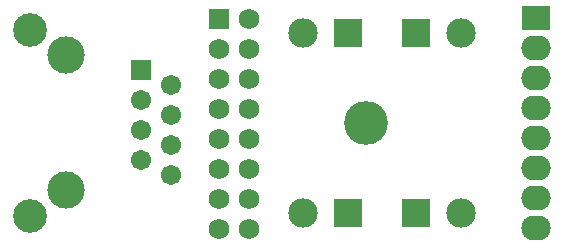
<source format=gts>
%FSTAX24Y24*%
%MOIN*%
G70*
G01*
G75*
G04 Layer_Color=8388736*
%ADD10C,0.0120*%
%ADD11O,0.0900X0.0750*%
%ADD12R,0.0900X0.0750*%
%ADD13C,0.1380*%
%ADD14C,0.0591*%
%ADD15R,0.0591X0.0591*%
%ADD16C,0.1043*%
%ADD17C,0.1161*%
%ADD18C,0.0600*%
%ADD19R,0.0600X0.0600*%
%ADD20C,0.0902*%
%ADD21R,0.0902X0.0902*%
%ADD22C,0.0100*%
%ADD23C,0.0070*%
%ADD24C,0.0079*%
%ADD25O,0.0980X0.0830*%
%ADD26R,0.0980X0.0830*%
%ADD27C,0.1460*%
%ADD28C,0.0671*%
%ADD29R,0.0671X0.0671*%
%ADD30C,0.1123*%
%ADD31C,0.1241*%
%ADD32C,0.0680*%
%ADD33R,0.0680X0.0680*%
%ADD34C,0.0982*%
%ADD35R,0.0982X0.0982*%
D25*
X05025Y024D02*
D03*
Y026D02*
D03*
Y028D02*
D03*
Y029D02*
D03*
Y03D02*
D03*
Y027D02*
D03*
Y025D02*
D03*
D26*
Y031D02*
D03*
D27*
X0446Y0275D02*
D03*
D28*
X0381Y02575D02*
D03*
Y02875D02*
D03*
X0371Y02625D02*
D03*
X0381Y02675D02*
D03*
Y02775D02*
D03*
X0371Y02725D02*
D03*
Y02825D02*
D03*
D29*
Y02925D02*
D03*
D30*
X0334Y0244D02*
D03*
Y0306D02*
D03*
D31*
X0346Y02975D02*
D03*
Y02525D02*
D03*
D32*
X0407Y03095D02*
D03*
Y02995D02*
D03*
Y02895D02*
D03*
Y02795D02*
D03*
Y02695D02*
D03*
Y02595D02*
D03*
X0397Y02395D02*
D03*
Y02495D02*
D03*
Y02595D02*
D03*
Y02695D02*
D03*
Y02795D02*
D03*
Y02895D02*
D03*
Y02995D02*
D03*
X0407Y02495D02*
D03*
Y02395D02*
D03*
D33*
X0397Y03095D02*
D03*
D34*
X0425Y0305D02*
D03*
X04775D02*
D03*
X0425Y0245D02*
D03*
X04775D02*
D03*
D35*
X044Y0305D02*
D03*
X04625D02*
D03*
X044Y0245D02*
D03*
X04625D02*
D03*
M02*

</source>
